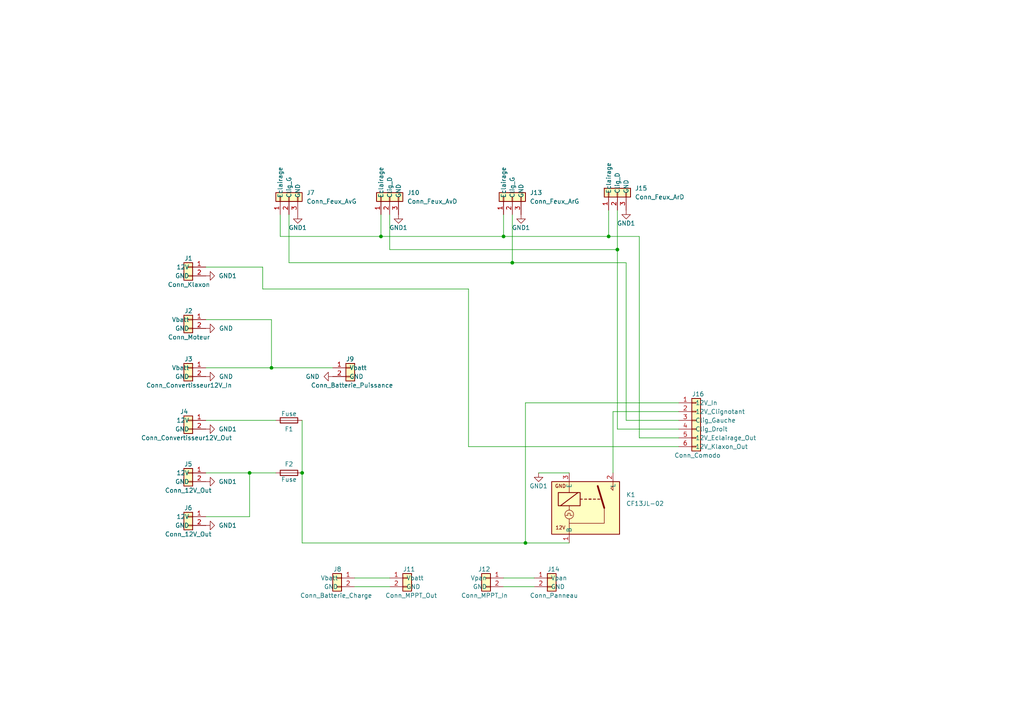
<source format=kicad_sch>
(kicad_sch (version 20211123) (generator eeschema)
  (paper "A4")
  (title_block (title "Boitier électrique vhéliotech") (date "2024-12-27") (company "Vélo solaire pour tous") (comment 1 "Licence CERN-OHL-S version 2"))
  (lib_symbols
    (symbol "circuit:CF13JL-02"
      (property "Reference" "K" (at 11.43 3.81 0))
      (property "Value" "CF13JL-02" (at 17.78 1.27 0))
      (symbol "CF13JL-02_0_1"
        (circle (center -5.08 -4.445) (radius 1.27))
        (polyline (pts (xy -5.08 -6.985) (xy -5.08 -5.715)))
        (polyline (pts (xy -6.096 -4.699) (xy -5.461 -4.699) (xy -5.461 -4.064) (xy -4.826 -4.064) (xy -4.826 -4.699) (xy -4.191 -4.699)))
      )
      (symbol "CF13JL-02_1_1"
        (rectangle (start -10.16 5.08) (end 9.525 -10.16) (stroke (width 0.254)) (fill (type background)))
        (rectangle (start -8.255 1.905) (end -1.905 -1.905) (stroke (width 0.254)))
        (polyline (pts (xy -7.62 -1.905) (xy -2.54 1.905)) (stroke (width 0.254)))
        (polyline (pts (xy -5.08 -10.16) (xy -5.08 -6.985)))
        (polyline (pts (xy -5.08 -3.175) (xy -5.08 -1.905)))
        (polyline (pts (xy -5.08 5.08) (xy -5.08 1.905)))
        (polyline (pts (xy -1.905 0) (xy -1.27 0)) (stroke (width 0.254)))
        (polyline (pts (xy -0.635 0) (xy 0 0)) (stroke (width 0.254)))
        (polyline (pts (xy 0.635 0) (xy 1.27 0)) (stroke (width 0.254)))
        (polyline (pts (xy 0.635 0) (xy 1.27 0)) (stroke (width 0.254)))
        (polyline (pts (xy 1.905 0) (xy 2.54 0)) (stroke (width 0.254)))
        (polyline (pts (xy 3.175 0) (xy 3.81 0)) (stroke (width 0.254)))
        (polyline (pts (xy 5.08 -6.985) (xy -5.08 -6.985)))
        (polyline (pts (xy 5.08 -2.54) (xy 3.175 3.81)) (stroke (width 0.508)))
        (polyline (pts (xy 5.08 -2.54) (xy 5.08 -6.985)))
        (polyline (pts (xy 7.62 3.81) (xy 7.62 5.08)))
        (polyline (pts (xy 7.62 3.81) (xy 7.62 2.54) (xy 6.985 3.175) (xy 7.62 3.81)))
        (text "12V" (at -7.62 -8.255 0) (effects (font (size 1.016 1.016))))
        (text "GND" (at -7.62 3.81 0) (effects (font (size 1.016 1.016))))
        (pin passive line (at -5.08 -12.7 90) (length 2.54) (name "B") (number "1"))
        (pin passive line (at 7.62 7.62 270) (length 2.54) (name "L") (number "2"))
        (pin passive line (at -5.08 7.62 270) (length 2.54) (name "E") (number "3"))
      )
    )
    (symbol "circuit:Conn_12V_Out" (pin_names (offset 1.016))
      (property "Reference" "J" (at 0 2.54 0))
      (property "Value" "Conn_12V_Out" (at 0 -5.08 0))
      (symbol "Conn_12V_Out_1_1"
        (rectangle (start -1.27 -2.413) (end 0 -2.667) (stroke (width 0.1524)))
        (rectangle (start -1.27 0.127) (end 0 -0.127) (stroke (width 0.1524)))
        (rectangle (start -1.27 1.27) (end 1.27 -3.81) (stroke (width 0.254)) (fill (type background)))
        (pin power_in line (at -5.08 0 0) (length 3.81) (name "12V") (number "1"))
        (pin power_in line (at -5.08 -2.54 0) (length 3.81) (name "GND") (number "2"))
      )
    )
    (symbol "circuit:Conn_Batterie_Charge" (pin_names (offset 1.016))
      (property "Reference" "J" (at 0 2.54 0))
      (property "Value" "Conn_Batterie_Charge" (at 0 -5.08 0))
      (symbol "Conn_Batterie_Charge_1_1"
        (rectangle (start -1.27 -2.413) (end 0 -2.667) (stroke (width 0.1524)))
        (rectangle (start -1.27 0.127) (end 0 -0.127) (stroke (width 0.1524)))
        (rectangle (start -1.27 1.27) (end 1.27 -3.81) (stroke (width 0.254)) (fill (type background)))
        (pin power_in line (at -5.08 0 0) (length 3.81) (name "Vbatt") (number "1"))
        (pin power_in line (at -5.08 -2.54 0) (length 3.81) (name "GND") (number "2"))
      )
    )
    (symbol "circuit:Conn_Batterie_Puissance" (pin_names (offset 1.016))
      (property "Reference" "J" (at 0 2.54 0))
      (property "Value" "Conn_Batterie_Puissance" (at 0 -5.08 0))
      (symbol "Conn_Batterie_Puissance_1_1"
        (rectangle (start -1.27 -2.413) (end 0 -2.667) (stroke (width 0.1524)))
        (rectangle (start -1.27 0.127) (end 0 -0.127) (stroke (width 0.1524)))
        (rectangle (start -1.27 1.27) (end 1.27 -3.81) (stroke (width 0.254)) (fill (type background)))
        (pin power_out line (at -5.08 0 0) (length 3.81) (name "Vbatt") (number "1"))
        (pin power_out line (at -5.08 -2.54 0) (length 3.81) (name "GND") (number "2"))
      )
    )
    (symbol "circuit:Conn_Comodo" (pin_names (offset 1.016))
      (property "Reference" "J" (at 0 7.62 0))
      (property "Value" "Conn_Comodo" (at 0 -10.16 0))
      (symbol "Conn_Comodo_1_1"
        (rectangle (start -1.27 -7.493) (end 0 -7.747) (stroke (width 0.1524)))
        (rectangle (start -1.27 -4.953) (end 0 -5.207) (stroke (width 0.1524)))
        (rectangle (start -1.27 -2.413) (end 0 -2.667) (stroke (width 0.1524)))
        (rectangle (start -1.27 0.127) (end 0 -0.127) (stroke (width 0.1524)))
        (rectangle (start -1.27 2.667) (end 0 2.413) (stroke (width 0.1524)))
        (rectangle (start -1.27 5.207) (end 0 4.953) (stroke (width 0.1524)))
        (rectangle (start -1.27 6.35) (end 1.27 -8.89) (stroke (width 0.254)) (fill (type background)))
        (pin power_in line (at -5.08 5.08 0) (length 3.81) (name "12V_In") (number "1"))
        (pin passive line (at -5.08 2.54 0) (length 3.81) (name "12V_Clignotant") (number "2"))
        (pin power_out line (at -5.08 0 0) (length 3.81) (name "Clig_Gauche") (number "3"))
        (pin power_out line (at -5.08 -2.54 0) (length 3.81) (name "Clig_Droit") (number "4"))
        (pin power_out line (at -5.08 -5.08 0) (length 3.81) (name "12V_Eclairage_Out") (number "5"))
        (pin power_out line (at -5.08 -7.62 0) (length 3.81) (name "12V_Klaxon_Out") (number "6"))
      )
    )
    (symbol "circuit:Conn_Convertisseur12V_In" (pin_names (offset 1.016))
      (property "Reference" "J" (at 0 2.54 0))
      (property "Value" "Conn_Convertisseur12V_In" (at 0 -5.08 0))
      (symbol "Conn_Convertisseur12V_In_1_1"
        (rectangle (start -1.27 -2.413) (end 0 -2.667) (stroke (width 0.1524)))
        (rectangle (start -1.27 0.127) (end 0 -0.127) (stroke (width 0.1524)))
        (rectangle (start -1.27 1.27) (end 1.27 -3.81) (stroke (width 0.254)) (fill (type background)))
        (pin power_in line (at -5.08 0 0) (length 3.81) (name "Vbatt") (number "1"))
        (pin power_in line (at -5.08 -2.54 0) (length 3.81) (name "GND") (number "2"))
      )
    )
    (symbol "circuit:Conn_Convertisseur12V_Out" (pin_names (offset 1.016))
      (property "Reference" "J" (at 0 2.54 0))
      (property "Value" "Conn_Convertisseur12V_Out" (at 0 -5.08 0))
      (symbol "Conn_Convertisseur12V_Out_1_1"
        (rectangle (start -1.27 -2.413) (end 0 -2.667) (stroke (width 0.1524)))
        (rectangle (start -1.27 0.127) (end 0 -0.127) (stroke (width 0.1524)))
        (rectangle (start -1.27 1.27) (end 1.27 -3.81) (stroke (width 0.254)) (fill (type background)))
        (pin power_out line (at -5.08 0 0) (length 3.81) (name "12V") (number "1"))
        (pin power_out line (at -5.08 -2.54 0) (length 3.81) (name "GND") (number "2"))
      )
    )
    (symbol "circuit:Conn_Feux_D" (pin_names (offset 1.016))
      (property "Reference" "J" (at 0 5.08 0))
      (property "Value" "Conn_Feux_D" (at 0 -5.08 0))
      (symbol "Conn_Feux_D_1_1"
        (rectangle (start -1.27 -2.413) (end 0 -2.667) (stroke (width 0.1524)))
        (rectangle (start -1.27 0.127) (end 0 -0.127) (stroke (width 0.1524)))
        (rectangle (start -1.27 2.667) (end 0 2.413) (stroke (width 0.1524)))
        (rectangle (start -1.27 3.81) (end 1.27 -3.81) (stroke (width 0.254)) (fill (type background)))
        (pin power_in line (at -5.08 2.54 0) (length 3.81) (name "Eclairage") (number "1"))
        (pin power_in line (at -5.08 0 0) (length 3.81) (name "Clig_D") (number "2"))
        (pin power_in line (at -5.08 -2.54 0) (length 3.81) (name "GND") (number "3"))
      )
    )
    (symbol "circuit:Conn_Feux_G" (pin_names (offset 1.016))
      (property "Reference" "J" (at 0 5.08 0))
      (property "Value" "Conn_Feux_G" (at 0 -5.08 0))
      (symbol "Conn_Feux_G_1_1"
        (rectangle (start -1.27 -2.413) (end 0 -2.667) (stroke (width 0.1524)))
        (rectangle (start -1.27 0.127) (end 0 -0.127) (stroke (width 0.1524)))
        (rectangle (start -1.27 2.667) (end 0 2.413) (stroke (width 0.1524)))
        (rectangle (start -1.27 3.81) (end 1.27 -3.81) (stroke (width 0.254)) (fill (type background)))
        (pin power_in line (at -5.08 2.54 0) (length 3.81) (name "Eclairage") (number "1"))
        (pin power_in line (at -5.08 0 0) (length 3.81) (name "Clig_G") (number "2"))
        (pin power_in line (at -5.08 -2.54 0) (length 3.81) (name "GND") (number "3"))
      )
    )
    (symbol "circuit:Conn_Klaxon" (pin_names (offset 1.016))
      (property "Reference" "J" (at 0 2.54 0))
      (property "Value" "Conn_Klaxon" (at 0 -5.08 0))
      (symbol "Conn_Klaxon_1_1"
        (rectangle (start -1.27 -2.413) (end 0 -2.667) (stroke (width 0.1524)))
        (rectangle (start -1.27 0.127) (end 0 -0.127) (stroke (width 0.1524)))
        (rectangle (start -1.27 1.27) (end 1.27 -3.81) (stroke (width 0.254)) (fill (type background)))
        (pin power_in line (at -5.08 0 0) (length 3.81) (name "12V") (number "1"))
        (pin power_in line (at -5.08 -2.54 0) (length 3.81) (name "GND") (number "2"))
      )
    )
    (symbol "circuit:Conn_MPPT_In" (pin_names (offset 1.016))
      (property "Reference" "J" (at 0 2.54 0))
      (property "Value" "Conn_MPPT_In" (at 0 -5.08 0))
      (symbol "Conn_MPPT_In_1_1"
        (rectangle (start -1.27 -2.413) (end 0 -2.667) (stroke (width 0.1524)))
        (rectangle (start -1.27 0.127) (end 0 -0.127) (stroke (width 0.1524)))
        (rectangle (start -1.27 1.27) (end 1.27 -3.81) (stroke (width 0.254)) (fill (type background)))
        (pin power_in line (at -5.08 0 0) (length 3.81) (name "Vpan") (number "1"))
        (pin power_in line (at -5.08 -2.54 0) (length 3.81) (name "GND") (number "2"))
      )
    )
    (symbol "circuit:Conn_MPPT_Out" (pin_names (offset 1.016))
      (property "Reference" "J" (at 0 2.54 0))
      (property "Value" "Conn_MPPT_Out" (at 0 -5.08 0))
      (symbol "Conn_MPPT_Out_1_1"
        (rectangle (start -1.27 -2.413) (end 0 -2.667) (stroke (width 0.1524)))
        (rectangle (start -1.27 0.127) (end 0 -0.127) (stroke (width 0.1524)))
        (rectangle (start -1.27 1.27) (end 1.27 -3.81) (stroke (width 0.254)) (fill (type background)))
        (pin power_out line (at -5.08 0 0) (length 3.81) (name "Vbatt") (number "1"))
        (pin power_out line (at -5.08 -2.54 0) (length 3.81) (name "GND") (number "2"))
      )
    )
    (symbol "circuit:Conn_Moteur" (pin_names (offset 1.016))
      (property "Reference" "J" (at 0 2.54 0))
      (property "Value" "Conn_Moteur" (at 0 -5.08 0))
      (symbol "Conn_Moteur_1_1"
        (rectangle (start -1.27 -2.413) (end 0 -2.667) (stroke (width 0.1524)))
        (rectangle (start -1.27 0.127) (end 0 -0.127) (stroke (width 0.1524)))
        (rectangle (start -1.27 1.27) (end 1.27 -3.81) (stroke (width 0.254)) (fill (type background)))
        (pin power_in line (at -5.08 0 0) (length 3.81) (name "Vbatt") (number "1"))
        (pin power_in line (at -5.08 -2.54 0) (length 3.81) (name "GND") (number "2"))
      )
    )
    (symbol "circuit:Conn_Panneau" (pin_names (offset 1.016))
      (property "Reference" "J" (at 0 2.54 0))
      (property "Value" "Conn_Panneau" (at 0 -5.08 0))
      (symbol "Conn_Panneau_1_1"
        (rectangle (start -1.27 -2.413) (end 0 -2.667) (stroke (width 0.1524)))
        (rectangle (start -1.27 0.127) (end 0 -0.127) (stroke (width 0.1524)))
        (rectangle (start -1.27 1.27) (end 1.27 -3.81) (stroke (width 0.254)) (fill (type background)))
        (pin power_out line (at -5.08 0 0) (length 3.81) (name "Vpan") (number "1"))
        (pin power_out line (at -5.08 -2.54 0) (length 3.81) (name "GND") (number "2"))
      )
    )
    (symbol "circuit:Fuse" (pin_numbers hide) (pin_names (offset 0))
      (property "Reference" "F" (at 2.032 0 90))
      (property "Value" "Fuse" (at -1.905 0 90))
      (symbol "Fuse_0_1"
        (rectangle (start -0.762 -2.54) (end 0.762 2.54) (stroke (width 0.254)))
        (polyline (pts (xy 0 2.54) (xy 0 -2.54)))
      )
      (symbol "Fuse_1_1"
        (pin power_out line (at 0 3.81 270) (length 1.27) (name "~") (number "1"))
        (pin power_in line (at 0 -3.81 90) (length 1.27) (name "~") (number "2"))
      )
    )
    (symbol "power:GND" (power) (pin_names (offset 0))
      (property "Value" "GND" (at 0 -3.81 0))
      (symbol "GND_0_1"
        (polyline (pts (xy 0 0) (xy 0 -1.27) (xy 1.27 -1.27) (xy 0 -2.54) (xy -1.27 -1.27) (xy 0 -1.27)))
      )
      (symbol "GND_1_1"
        (pin power_in line (at 0 0 270) (length 0) hide (name "GND") (number "1"))
      )
    )
    (symbol "power:GND1" (power) (pin_names (offset 0))
      (property "Value" "GND1" (at 0 -3.81 0))
      (symbol "GND1_0_1"
        (polyline (pts (xy 0 0) (xy 0 -1.27) (xy 1.27 -1.27) (xy 0 -2.54) (xy -1.27 -1.27) (xy 0 -1.27)))
      )
      (symbol "GND1_1_1"
        (pin power_in line (at 0 0 270) (length 0) hide (name "GND1") (number "1"))
      )
    )
  )
  (junction (at 148.59 76.2))
  (junction (at 78.74 106.68))
  (junction (at 72.39 137.16))
  (junction (at 110.49 68.58))
  (junction (at 146.05 68.58))
  (junction (at 87.63 137.16))
  (junction (at 152.4 157.48))
  (junction (at 176.53 68.58))
  (junction (at 179.07 72.39))
  (wire (pts (xy 78.74 92.71) (xy 59.69 92.71)))
  (wire (pts (xy 110.49 68.58) (xy 81.28 68.58)))
  (wire (pts (xy 76.2 77.47) (xy 59.69 77.47)))
  (wire (pts (xy 59.69 121.92) (xy 80.01 121.92)))
  (wire (pts (xy 102.87 167.64) (xy 113.03 167.64)))
  (wire (pts (xy 176.53 60.96) (xy 176.53 68.58)))
  (wire (pts (xy 59.69 137.16) (xy 72.39 137.16)))
  (wire (pts (xy 148.59 62.23) (xy 148.59 76.2)))
  (wire (pts (xy 59.69 106.68) (xy 78.74 106.68)))
  (wire (pts (xy 177.8 119.38) (xy 196.85 119.38)))
  (wire (pts (xy 179.07 72.39) (xy 113.03 72.39)))
  (wire (pts (xy 196.85 127) (xy 185.42 127)))
  (wire (pts (xy 110.49 62.23) (xy 110.49 68.58)))
  (wire (pts (xy 181.61 121.92) (xy 196.85 121.92)))
  (wire (pts (xy 72.39 137.16) (xy 80.01 137.16)))
  (wire (pts (xy 196.85 116.84) (xy 152.4 116.84)))
  (wire (pts (xy 177.8 137.16) (xy 177.8 119.38)))
  (wire (pts (xy 156.21 137.16) (xy 165.1 137.16)))
  (wire (pts (xy 87.63 137.16) (xy 87.63 157.48)))
  (wire (pts (xy 83.82 76.2) (xy 83.82 62.23)))
  (wire (pts (xy 72.39 137.16) (xy 72.39 149.86)))
  (wire (pts (xy 78.74 106.68) (xy 96.52 106.68)))
  (wire (pts (xy 110.49 68.58) (xy 146.05 68.58)))
  (wire (pts (xy 152.4 116.84) (xy 152.4 157.48)))
  (wire (pts (xy 146.05 62.23) (xy 146.05 68.58)))
  (wire (pts (xy 179.07 124.46) (xy 196.85 124.46)))
  (wire (pts (xy 148.59 76.2) (xy 83.82 76.2)))
  (wire (pts (xy 181.61 76.2) (xy 181.61 121.92)))
  (wire (pts (xy 165.1 157.48) (xy 152.4 157.48)))
  (wire (pts (xy 78.74 106.68) (xy 78.74 92.71)))
  (wire (pts (xy 152.4 157.48) (xy 87.63 157.48)))
  (wire (pts (xy 87.63 121.92) (xy 87.63 137.16)))
  (wire (pts (xy 113.03 72.39) (xy 113.03 62.23)))
  (wire (pts (xy 196.85 129.54) (xy 135.89 129.54)))
  (wire (pts (xy 135.89 129.54) (xy 135.89 83.82)))
  (wire (pts (xy 179.07 72.39) (xy 179.07 124.46)))
  (wire (pts (xy 146.05 170.18) (xy 154.94 170.18)))
  (wire (pts (xy 185.42 127) (xy 185.42 68.58)))
  (wire (pts (xy 148.59 76.2) (xy 181.61 76.2)))
  (wire (pts (xy 146.05 167.64) (xy 154.94 167.64)))
  (wire (pts (xy 179.07 60.96) (xy 179.07 72.39)))
  (wire (pts (xy 72.39 149.86) (xy 59.69 149.86)))
  (wire (pts (xy 146.05 68.58) (xy 176.53 68.58)))
  (wire (pts (xy 76.2 83.82) (xy 76.2 77.47)))
  (wire (pts (xy 102.87 170.18) (xy 113.03 170.18)))
  (wire (pts (xy 176.53 68.58) (xy 185.42 68.58)))
  (wire (pts (xy 135.89 83.82) (xy 76.2 83.82)))
  (wire (pts (xy 81.28 68.58) (xy 81.28 62.23)))
  (symbol (lib_id "power:GND") (at 59.69 95.25 90) (unit 1)
    (property "Reference" "#PWR0101" (effects hide))
    (property "Value" "GND" (at 63.5 95.2499 90) (effects (justify right)))
  )
  (symbol (lib_id "circuit:Conn_Convertisseur12V_In") (at 54.61 106.68 0) (mirror y) (unit 1)
    (property "Reference" "J3" (at 55.88 104.14 0) (effects (justify left)))
    (property "Value" "Conn_Convertisseur12V_In" (at 67.31 111.76 0) (effects (justify left)))
  )
  (symbol (lib_id "power:GND1") (at 86.36 62.23 0) (unit 1)
    (property "Reference" "#PWR0105" (effects hide))
    (property "Value" "GND1" (at 86.36 66.04 0))
  )
  (symbol (lib_id "circuit:Conn_Feux_D") (at 113.03 57.15 90) (unit 1)
    (property "Reference" "J10" (at 118.11 55.8799 90) (effects (justify right)))
    (property "Value" "Conn_Feux_AvD" (at 118.11 58.4199 90) (effects (justify right)))
  )
  (symbol (lib_id "circuit:CF13JL-02") (at 170.18 144.78 0) (unit 1)
    (property "Reference" "K1" (at 181.61 143.5099 0) (effects (justify left)))
    (property "Value" "CF13JL-02" (at 181.61 146.0499 0) (effects (justify left)))
  )
  (symbol (lib_id "circuit:Fuse") (at 83.82 137.16 90) (unit 1)
    (property "Reference" "F2" (at 83.82 134.62 90))
    (property "Value" "Fuse" (at 83.82 139.065 90))
  )
  (symbol (lib_id "power:GND1") (at 59.69 152.4 90) (unit 1)
    (property "Reference" "#PWR0110" (effects hide))
    (property "Value" "GND1" (at 66.04 152.4 90))
  )
  (symbol (lib_id "power:GND") (at 96.52 109.22 270) (unit 1)
    (property "Reference" "#PWR0111" (effects hide))
    (property "Value" "GND" (at 92.71 109.2199 90) (effects (justify right)))
  )
  (symbol (lib_id "circuit:Conn_Klaxon") (at 54.61 77.47 0) (mirror y) (unit 1)
    (property "Reference" "J1" (at 55.88 74.93 0) (effects (justify left)))
    (property "Value" "Conn_Klaxon" (at 60.96 82.55 0) (effects (justify left)))
  )
  (symbol (lib_id "circuit:Conn_12V_Out") (at 54.61 137.16 0) (mirror y) (unit 1)
    (property "Reference" "J5" (at 54.61 134.62 0))
    (property "Value" "Conn_12V_Out" (at 54.61 142.24 0))
  )
  (symbol (lib_id "power:GND1") (at 115.57 62.23 0) (unit 1)
    (property "Reference" "#PWR0106" (effects hide))
    (property "Value" "GND1" (at 115.57 66.04 0))
  )
  (symbol (lib_id "power:GND1") (at 59.69 124.46 90) (unit 1)
    (property "Reference" "#PWR0103" (effects hide))
    (property "Value" "GND1" (at 66.04 124.46 90))
  )
  (symbol (lib_id "circuit:Conn_Feux_G") (at 148.59 57.15 90) (unit 1)
    (property "Reference" "J13" (at 153.67 55.8799 90) (effects (justify right)))
    (property "Value" "Conn_Feux_ArG" (at 153.67 58.4199 90) (effects (justify right)))
  )
  (symbol (lib_id "circuit:Conn_Batterie_Puissance") (at 101.6 106.68 0) (unit 1)
    (property "Reference" "J9" (at 100.33 104.14 0) (effects (justify left)))
    (property "Value" "Conn_Batterie_Puissance" (at 90.17 111.76 0) (effects (justify left)))
  )
  (symbol (lib_id "circuit:Conn_Moteur") (at 54.61 92.71 0) (mirror y) (unit 1)
    (property "Reference" "J2" (at 55.88 90.17 0) (effects (justify left)))
    (property "Value" "Conn_Moteur" (at 60.96 97.79 0) (effects (justify left)))
  )
  (symbol (lib_id "power:GND1") (at 59.69 80.01 90) (unit 1)
    (property "Reference" "#PWR0102" (effects hide))
    (property "Value" "GND1" (at 66.04 80.01 90))
  )
  (symbol (lib_id "circuit:Conn_Convertisseur12V_Out") (at 54.61 121.92 0) (mirror y) (unit 1)
    (property "Reference" "J4" (at 54.61 119.38 0) (effects (justify left)))
    (property "Value" "Conn_Convertisseur12V_Out" (at 67.31 127 0) (effects (justify left)))
  )
  (symbol (lib_id "circuit:Conn_MPPT_In") (at 140.97 167.64 0) (mirror y) (unit 1)
    (property "Reference" "J12" (at 142.24 165.1 0) (effects (justify left)))
    (property "Value" "Conn_MPPT_In" (at 147.32 172.72 0) (effects (justify left)))
  )
  (symbol (lib_id "circuit:Conn_Panneau") (at 160.02 167.64 0) (unit 1)
    (property "Reference" "J14" (at 158.75 165.1 0) (effects (justify left)))
    (property "Value" "Conn_Panneau" (at 153.67 172.72 0) (effects (justify left)))
  )
  (symbol (lib_id "circuit:Conn_Batterie_Charge") (at 97.79 167.64 0) (mirror y) (unit 1)
    (property "Reference" "J8" (at 99.06 165.1 0) (effects (justify left)))
    (property "Value" "Conn_Batterie_Charge" (at 107.95 172.72 0) (effects (justify left)))
  )
  (symbol (lib_id "circuit:Conn_Comodo") (at 201.93 121.92 0) (unit 1)
    (property "Reference" "J16" (at 200.66 114.3 0) (effects (justify left)))
    (property "Value" "Conn_Comodo" (at 195.58 132.08 0) (effects (justify left)))
  )
  (symbol (lib_id "power:GND1") (at 59.69 139.7 90) (unit 1)
    (property "Reference" "#PWR0109" (effects hide))
    (property "Value" "GND1" (at 66.04 139.7 90))
  )
  (symbol (lib_id "circuit:Fuse") (at 83.82 121.92 270) (unit 1)
    (property "Reference" "F1" (at 83.82 124.46 90))
    (property "Value" "Fuse" (at 83.82 120.015 90))
  )
  (symbol (lib_id "power:GND1") (at 156.21 137.16 0) (unit 1)
    (property "Reference" "#PWR0112" (effects hide))
    (property "Value" "GND1" (at 156.21 140.97 0))
  )
  (symbol (lib_id "circuit:Conn_12V_Out") (at 54.61 149.86 0) (mirror y) (unit 1)
    (property "Reference" "J6" (at 54.61 147.32 0))
    (property "Value" "Conn_12V_Out" (at 54.61 154.94 0))
  )
  (symbol (lib_id "circuit:Conn_Feux_D") (at 179.07 55.88 90) (unit 1)
    (property "Reference" "J15" (at 184.15 54.6099 90) (effects (justify right)))
    (property "Value" "Conn_Feux_ArD" (at 184.15 57.1499 90) (effects (justify right)))
  )
  (symbol (lib_id "circuit:Conn_Feux_G") (at 83.82 57.15 90) (unit 1)
    (property "Reference" "J7" (at 88.9 55.8799 90) (effects (justify right)))
    (property "Value" "Conn_Feux_AvG" (at 88.9 58.4199 90) (effects (justify right)))
  )
  (symbol (lib_id "power:GND1") (at 181.61 60.96 0) (unit 1)
    (property "Reference" "#PWR0108" (effects hide))
    (property "Value" "GND1" (at 181.61 64.77 0))
  )
  (symbol (lib_id "power:GND") (at 59.69 109.22 90) (unit 1)
    (property "Reference" "#PWR0104" (effects hide))
    (property "Value" "GND" (at 63.5 109.2199 90) (effects (justify right)))
  )
  (symbol (lib_id "circuit:Conn_MPPT_Out") (at 118.11 167.64 0) (unit 1)
    (property "Reference" "J11" (at 116.84 165.1 0) (effects (justify left)))
    (property "Value" "Conn_MPPT_Out" (at 111.76 172.72 0) (effects (justify left)))
  )
  (symbol (lib_id "power:GND1") (at 151.13 62.23 0) (unit 1)
    (property "Reference" "#PWR0107" (effects hide))
    (property "Value" "GND1" (at 151.13 66.04 0))
  )
)
</source>
